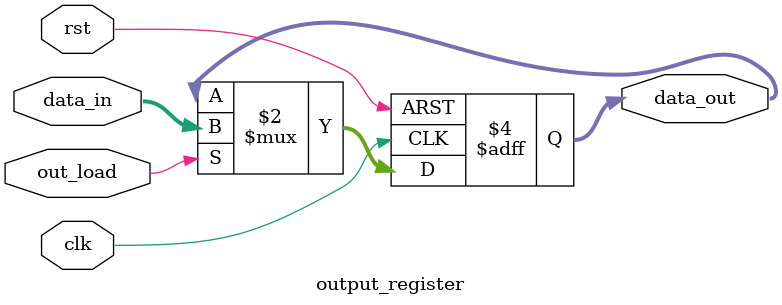
<source format=v>
module output_register(
    input clk,
    input rst,
    input out_load,
    input [7:0] data_in,
    output reg [7:0] data_out
);

always @(posedge clk or posedge rst) begin
    if (rst)
        data_out <= 8'b0;
    else if (out_load)
        data_out <= data_in;
end

endmodule

</source>
